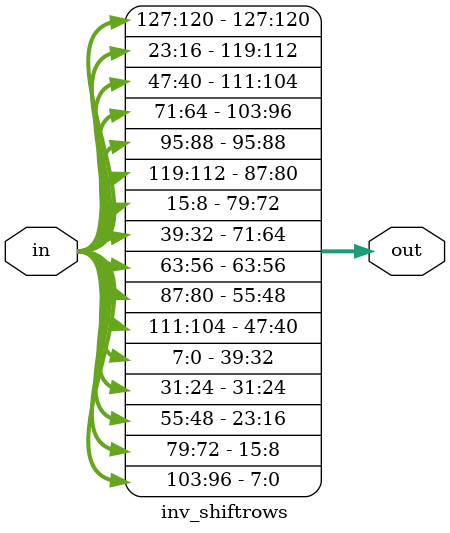
<source format=sv>
module inv_shiftrows (in, out);
	input [127:0] in;
	output [127:0] out;
	
	// first row (r = 0) is not shifted
	assign out[127:120] = in[127:120];
	assign out[95:88] = in[95:88];
	assign out[63:56] = in[63:56];
   assign out[31:24] = in[31:24];
	
	// second row (r = 1) is cyclically right shifted by 1 offset
   assign out[119:112] = in[23:16];
   assign out[87:80] = in[119:112];
   assign out[55:48] = in[87:80];
   assign out[23:16] = in[55:48];
	
	// third row (r = 2) is cyclically right shifted by 2 offsets
   assign out[111:104] = in[47:40];
   assign out[79:72] = in[15:8];
   assign out[47:40] = in[111:104];
   assign out[15:8] = in[79:72];
	
	// fourth row (r = 3) is cyclically right shifted by 3 offsets
   assign out[103:96] = in[71:64];
   assign out[71:64] = in[39:32];
   assign out[39:32] = in[7:0];
   assign out[7:0] = in[103:96];
	
endmodule

</source>
